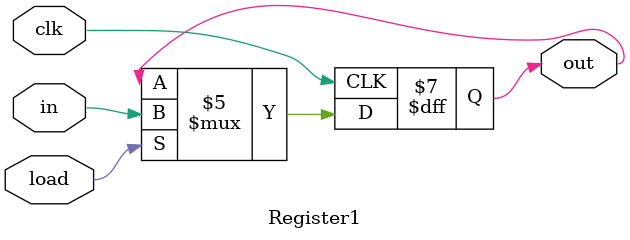
<source format=v>
module Register1 (
    input in,
    input load,
    input clk,
    output reg out = 0
);

always @(posedge clk ) begin
    if (load == 1) begin
        out <= in;
    end else begin
        out <= out;
    end
end
    
endmodule
</source>
